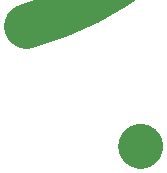
<source format=gbr>
%FSLAX34Y34*%%MOIN*%%ADD10C,0.15*%D10*G74*X2500Y0D02*G02*X-2500Y0I2500J6000D01*X-2500Y4000D02*G03*X2500Y4000I2500J6000D01*M02*
</source>
